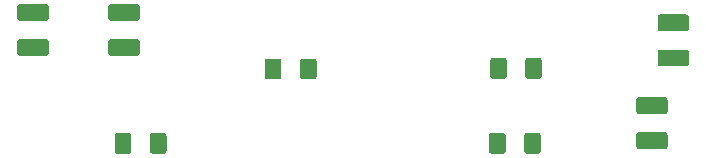
<source format=gbr>
G04 #@! TF.GenerationSoftware,KiCad,Pcbnew,(5.1.4-0)*
G04 #@! TF.CreationDate,2022-06-22T14:12:09-04:00*
G04 #@! TF.ProjectId,wheeler_lights,77686565-6c65-4725-9f6c-69676874732e,rev?*
G04 #@! TF.SameCoordinates,Original*
G04 #@! TF.FileFunction,Paste,Top*
G04 #@! TF.FilePolarity,Positive*
%FSLAX46Y46*%
G04 Gerber Fmt 4.6, Leading zero omitted, Abs format (unit mm)*
G04 Created by KiCad (PCBNEW (5.1.4-0)) date 2022-06-22 14:12:09*
%MOMM*%
%LPD*%
G04 APERTURE LIST*
%ADD10C,0.100000*%
%ADD11C,1.425000*%
G04 APERTURE END LIST*
D10*
G36*
X78304504Y-55341204D02*
G01*
X78328773Y-55344804D01*
X78352571Y-55350765D01*
X78375671Y-55359030D01*
X78397849Y-55369520D01*
X78418893Y-55382133D01*
X78438598Y-55396747D01*
X78456777Y-55413223D01*
X78473253Y-55431402D01*
X78487867Y-55451107D01*
X78500480Y-55472151D01*
X78510970Y-55494329D01*
X78519235Y-55517429D01*
X78525196Y-55541227D01*
X78528796Y-55565496D01*
X78530000Y-55590000D01*
X78530000Y-56840000D01*
X78528796Y-56864504D01*
X78525196Y-56888773D01*
X78519235Y-56912571D01*
X78510970Y-56935671D01*
X78500480Y-56957849D01*
X78487867Y-56978893D01*
X78473253Y-56998598D01*
X78456777Y-57016777D01*
X78438598Y-57033253D01*
X78418893Y-57047867D01*
X78397849Y-57060480D01*
X78375671Y-57070970D01*
X78352571Y-57079235D01*
X78328773Y-57085196D01*
X78304504Y-57088796D01*
X78280000Y-57090000D01*
X77355000Y-57090000D01*
X77330496Y-57088796D01*
X77306227Y-57085196D01*
X77282429Y-57079235D01*
X77259329Y-57070970D01*
X77237151Y-57060480D01*
X77216107Y-57047867D01*
X77196402Y-57033253D01*
X77178223Y-57016777D01*
X77161747Y-56998598D01*
X77147133Y-56978893D01*
X77134520Y-56957849D01*
X77124030Y-56935671D01*
X77115765Y-56912571D01*
X77109804Y-56888773D01*
X77106204Y-56864504D01*
X77105000Y-56840000D01*
X77105000Y-55590000D01*
X77106204Y-55565496D01*
X77109804Y-55541227D01*
X77115765Y-55517429D01*
X77124030Y-55494329D01*
X77134520Y-55472151D01*
X77147133Y-55451107D01*
X77161747Y-55431402D01*
X77178223Y-55413223D01*
X77196402Y-55396747D01*
X77216107Y-55382133D01*
X77237151Y-55369520D01*
X77259329Y-55359030D01*
X77282429Y-55350765D01*
X77306227Y-55344804D01*
X77330496Y-55341204D01*
X77355000Y-55340000D01*
X78280000Y-55340000D01*
X78304504Y-55341204D01*
X78304504Y-55341204D01*
G37*
D11*
X77817500Y-56215000D03*
D10*
G36*
X75329504Y-55341204D02*
G01*
X75353773Y-55344804D01*
X75377571Y-55350765D01*
X75400671Y-55359030D01*
X75422849Y-55369520D01*
X75443893Y-55382133D01*
X75463598Y-55396747D01*
X75481777Y-55413223D01*
X75498253Y-55431402D01*
X75512867Y-55451107D01*
X75525480Y-55472151D01*
X75535970Y-55494329D01*
X75544235Y-55517429D01*
X75550196Y-55541227D01*
X75553796Y-55565496D01*
X75555000Y-55590000D01*
X75555000Y-56840000D01*
X75553796Y-56864504D01*
X75550196Y-56888773D01*
X75544235Y-56912571D01*
X75535970Y-56935671D01*
X75525480Y-56957849D01*
X75512867Y-56978893D01*
X75498253Y-56998598D01*
X75481777Y-57016777D01*
X75463598Y-57033253D01*
X75443893Y-57047867D01*
X75422849Y-57060480D01*
X75400671Y-57070970D01*
X75377571Y-57079235D01*
X75353773Y-57085196D01*
X75329504Y-57088796D01*
X75305000Y-57090000D01*
X74380000Y-57090000D01*
X74355496Y-57088796D01*
X74331227Y-57085196D01*
X74307429Y-57079235D01*
X74284329Y-57070970D01*
X74262151Y-57060480D01*
X74241107Y-57047867D01*
X74221402Y-57033253D01*
X74203223Y-57016777D01*
X74186747Y-56998598D01*
X74172133Y-56978893D01*
X74159520Y-56957849D01*
X74149030Y-56935671D01*
X74140765Y-56912571D01*
X74134804Y-56888773D01*
X74131204Y-56864504D01*
X74130000Y-56840000D01*
X74130000Y-55590000D01*
X74131204Y-55565496D01*
X74134804Y-55541227D01*
X74140765Y-55517429D01*
X74149030Y-55494329D01*
X74159520Y-55472151D01*
X74172133Y-55451107D01*
X74186747Y-55431402D01*
X74203223Y-55413223D01*
X74221402Y-55396747D01*
X74241107Y-55382133D01*
X74262151Y-55369520D01*
X74284329Y-55359030D01*
X74307429Y-55350765D01*
X74331227Y-55344804D01*
X74355496Y-55341204D01*
X74380000Y-55340000D01*
X75305000Y-55340000D01*
X75329504Y-55341204D01*
X75329504Y-55341204D01*
G37*
D11*
X74842500Y-56215000D03*
D10*
G36*
X97304504Y-61641204D02*
G01*
X97328773Y-61644804D01*
X97352571Y-61650765D01*
X97375671Y-61659030D01*
X97397849Y-61669520D01*
X97418893Y-61682133D01*
X97438598Y-61696747D01*
X97456777Y-61713223D01*
X97473253Y-61731402D01*
X97487867Y-61751107D01*
X97500480Y-61772151D01*
X97510970Y-61794329D01*
X97519235Y-61817429D01*
X97525196Y-61841227D01*
X97528796Y-61865496D01*
X97530000Y-61890000D01*
X97530000Y-63140000D01*
X97528796Y-63164504D01*
X97525196Y-63188773D01*
X97519235Y-63212571D01*
X97510970Y-63235671D01*
X97500480Y-63257849D01*
X97487867Y-63278893D01*
X97473253Y-63298598D01*
X97456777Y-63316777D01*
X97438598Y-63333253D01*
X97418893Y-63347867D01*
X97397849Y-63360480D01*
X97375671Y-63370970D01*
X97352571Y-63379235D01*
X97328773Y-63385196D01*
X97304504Y-63388796D01*
X97280000Y-63390000D01*
X96355000Y-63390000D01*
X96330496Y-63388796D01*
X96306227Y-63385196D01*
X96282429Y-63379235D01*
X96259329Y-63370970D01*
X96237151Y-63360480D01*
X96216107Y-63347867D01*
X96196402Y-63333253D01*
X96178223Y-63316777D01*
X96161747Y-63298598D01*
X96147133Y-63278893D01*
X96134520Y-63257849D01*
X96124030Y-63235671D01*
X96115765Y-63212571D01*
X96109804Y-63188773D01*
X96106204Y-63164504D01*
X96105000Y-63140000D01*
X96105000Y-61890000D01*
X96106204Y-61865496D01*
X96109804Y-61841227D01*
X96115765Y-61817429D01*
X96124030Y-61794329D01*
X96134520Y-61772151D01*
X96147133Y-61751107D01*
X96161747Y-61731402D01*
X96178223Y-61713223D01*
X96196402Y-61696747D01*
X96216107Y-61682133D01*
X96237151Y-61669520D01*
X96259329Y-61659030D01*
X96282429Y-61650765D01*
X96306227Y-61644804D01*
X96330496Y-61641204D01*
X96355000Y-61640000D01*
X97280000Y-61640000D01*
X97304504Y-61641204D01*
X97304504Y-61641204D01*
G37*
D11*
X96817500Y-62515000D03*
D10*
G36*
X94329504Y-61641204D02*
G01*
X94353773Y-61644804D01*
X94377571Y-61650765D01*
X94400671Y-61659030D01*
X94422849Y-61669520D01*
X94443893Y-61682133D01*
X94463598Y-61696747D01*
X94481777Y-61713223D01*
X94498253Y-61731402D01*
X94512867Y-61751107D01*
X94525480Y-61772151D01*
X94535970Y-61794329D01*
X94544235Y-61817429D01*
X94550196Y-61841227D01*
X94553796Y-61865496D01*
X94555000Y-61890000D01*
X94555000Y-63140000D01*
X94553796Y-63164504D01*
X94550196Y-63188773D01*
X94544235Y-63212571D01*
X94535970Y-63235671D01*
X94525480Y-63257849D01*
X94512867Y-63278893D01*
X94498253Y-63298598D01*
X94481777Y-63316777D01*
X94463598Y-63333253D01*
X94443893Y-63347867D01*
X94422849Y-63360480D01*
X94400671Y-63370970D01*
X94377571Y-63379235D01*
X94353773Y-63385196D01*
X94329504Y-63388796D01*
X94305000Y-63390000D01*
X93380000Y-63390000D01*
X93355496Y-63388796D01*
X93331227Y-63385196D01*
X93307429Y-63379235D01*
X93284329Y-63370970D01*
X93262151Y-63360480D01*
X93241107Y-63347867D01*
X93221402Y-63333253D01*
X93203223Y-63316777D01*
X93186747Y-63298598D01*
X93172133Y-63278893D01*
X93159520Y-63257849D01*
X93149030Y-63235671D01*
X93140765Y-63212571D01*
X93134804Y-63188773D01*
X93131204Y-63164504D01*
X93130000Y-63140000D01*
X93130000Y-61890000D01*
X93131204Y-61865496D01*
X93134804Y-61841227D01*
X93140765Y-61817429D01*
X93149030Y-61794329D01*
X93159520Y-61772151D01*
X93172133Y-61751107D01*
X93186747Y-61731402D01*
X93203223Y-61713223D01*
X93221402Y-61696747D01*
X93241107Y-61682133D01*
X93262151Y-61669520D01*
X93284329Y-61659030D01*
X93307429Y-61650765D01*
X93331227Y-61644804D01*
X93355496Y-61641204D01*
X93380000Y-61640000D01*
X94305000Y-61640000D01*
X94329504Y-61641204D01*
X94329504Y-61641204D01*
G37*
D11*
X93842500Y-62515000D03*
D10*
G36*
X55629504Y-53691204D02*
G01*
X55653773Y-53694804D01*
X55677571Y-53700765D01*
X55700671Y-53709030D01*
X55722849Y-53719520D01*
X55743893Y-53732133D01*
X55763598Y-53746747D01*
X55781777Y-53763223D01*
X55798253Y-53781402D01*
X55812867Y-53801107D01*
X55825480Y-53822151D01*
X55835970Y-53844329D01*
X55844235Y-53867429D01*
X55850196Y-53891227D01*
X55853796Y-53915496D01*
X55855000Y-53940000D01*
X55855000Y-54865000D01*
X55853796Y-54889504D01*
X55850196Y-54913773D01*
X55844235Y-54937571D01*
X55835970Y-54960671D01*
X55825480Y-54982849D01*
X55812867Y-55003893D01*
X55798253Y-55023598D01*
X55781777Y-55041777D01*
X55763598Y-55058253D01*
X55743893Y-55072867D01*
X55722849Y-55085480D01*
X55700671Y-55095970D01*
X55677571Y-55104235D01*
X55653773Y-55110196D01*
X55629504Y-55113796D01*
X55605000Y-55115000D01*
X53455000Y-55115000D01*
X53430496Y-55113796D01*
X53406227Y-55110196D01*
X53382429Y-55104235D01*
X53359329Y-55095970D01*
X53337151Y-55085480D01*
X53316107Y-55072867D01*
X53296402Y-55058253D01*
X53278223Y-55041777D01*
X53261747Y-55023598D01*
X53247133Y-55003893D01*
X53234520Y-54982849D01*
X53224030Y-54960671D01*
X53215765Y-54937571D01*
X53209804Y-54913773D01*
X53206204Y-54889504D01*
X53205000Y-54865000D01*
X53205000Y-53940000D01*
X53206204Y-53915496D01*
X53209804Y-53891227D01*
X53215765Y-53867429D01*
X53224030Y-53844329D01*
X53234520Y-53822151D01*
X53247133Y-53801107D01*
X53261747Y-53781402D01*
X53278223Y-53763223D01*
X53296402Y-53746747D01*
X53316107Y-53732133D01*
X53337151Y-53719520D01*
X53359329Y-53709030D01*
X53382429Y-53700765D01*
X53406227Y-53694804D01*
X53430496Y-53691204D01*
X53455000Y-53690000D01*
X55605000Y-53690000D01*
X55629504Y-53691204D01*
X55629504Y-53691204D01*
G37*
D11*
X54530000Y-54402500D03*
D10*
G36*
X55629504Y-50716204D02*
G01*
X55653773Y-50719804D01*
X55677571Y-50725765D01*
X55700671Y-50734030D01*
X55722849Y-50744520D01*
X55743893Y-50757133D01*
X55763598Y-50771747D01*
X55781777Y-50788223D01*
X55798253Y-50806402D01*
X55812867Y-50826107D01*
X55825480Y-50847151D01*
X55835970Y-50869329D01*
X55844235Y-50892429D01*
X55850196Y-50916227D01*
X55853796Y-50940496D01*
X55855000Y-50965000D01*
X55855000Y-51890000D01*
X55853796Y-51914504D01*
X55850196Y-51938773D01*
X55844235Y-51962571D01*
X55835970Y-51985671D01*
X55825480Y-52007849D01*
X55812867Y-52028893D01*
X55798253Y-52048598D01*
X55781777Y-52066777D01*
X55763598Y-52083253D01*
X55743893Y-52097867D01*
X55722849Y-52110480D01*
X55700671Y-52120970D01*
X55677571Y-52129235D01*
X55653773Y-52135196D01*
X55629504Y-52138796D01*
X55605000Y-52140000D01*
X53455000Y-52140000D01*
X53430496Y-52138796D01*
X53406227Y-52135196D01*
X53382429Y-52129235D01*
X53359329Y-52120970D01*
X53337151Y-52110480D01*
X53316107Y-52097867D01*
X53296402Y-52083253D01*
X53278223Y-52066777D01*
X53261747Y-52048598D01*
X53247133Y-52028893D01*
X53234520Y-52007849D01*
X53224030Y-51985671D01*
X53215765Y-51962571D01*
X53209804Y-51938773D01*
X53206204Y-51914504D01*
X53205000Y-51890000D01*
X53205000Y-50965000D01*
X53206204Y-50940496D01*
X53209804Y-50916227D01*
X53215765Y-50892429D01*
X53224030Y-50869329D01*
X53234520Y-50847151D01*
X53247133Y-50826107D01*
X53261747Y-50806402D01*
X53278223Y-50788223D01*
X53296402Y-50771747D01*
X53316107Y-50757133D01*
X53337151Y-50744520D01*
X53359329Y-50734030D01*
X53382429Y-50725765D01*
X53406227Y-50719804D01*
X53430496Y-50716204D01*
X53455000Y-50715000D01*
X55605000Y-50715000D01*
X55629504Y-50716204D01*
X55629504Y-50716204D01*
G37*
D11*
X54530000Y-51427500D03*
D10*
G36*
X63329504Y-53691204D02*
G01*
X63353773Y-53694804D01*
X63377571Y-53700765D01*
X63400671Y-53709030D01*
X63422849Y-53719520D01*
X63443893Y-53732133D01*
X63463598Y-53746747D01*
X63481777Y-53763223D01*
X63498253Y-53781402D01*
X63512867Y-53801107D01*
X63525480Y-53822151D01*
X63535970Y-53844329D01*
X63544235Y-53867429D01*
X63550196Y-53891227D01*
X63553796Y-53915496D01*
X63555000Y-53940000D01*
X63555000Y-54865000D01*
X63553796Y-54889504D01*
X63550196Y-54913773D01*
X63544235Y-54937571D01*
X63535970Y-54960671D01*
X63525480Y-54982849D01*
X63512867Y-55003893D01*
X63498253Y-55023598D01*
X63481777Y-55041777D01*
X63463598Y-55058253D01*
X63443893Y-55072867D01*
X63422849Y-55085480D01*
X63400671Y-55095970D01*
X63377571Y-55104235D01*
X63353773Y-55110196D01*
X63329504Y-55113796D01*
X63305000Y-55115000D01*
X61155000Y-55115000D01*
X61130496Y-55113796D01*
X61106227Y-55110196D01*
X61082429Y-55104235D01*
X61059329Y-55095970D01*
X61037151Y-55085480D01*
X61016107Y-55072867D01*
X60996402Y-55058253D01*
X60978223Y-55041777D01*
X60961747Y-55023598D01*
X60947133Y-55003893D01*
X60934520Y-54982849D01*
X60924030Y-54960671D01*
X60915765Y-54937571D01*
X60909804Y-54913773D01*
X60906204Y-54889504D01*
X60905000Y-54865000D01*
X60905000Y-53940000D01*
X60906204Y-53915496D01*
X60909804Y-53891227D01*
X60915765Y-53867429D01*
X60924030Y-53844329D01*
X60934520Y-53822151D01*
X60947133Y-53801107D01*
X60961747Y-53781402D01*
X60978223Y-53763223D01*
X60996402Y-53746747D01*
X61016107Y-53732133D01*
X61037151Y-53719520D01*
X61059329Y-53709030D01*
X61082429Y-53700765D01*
X61106227Y-53694804D01*
X61130496Y-53691204D01*
X61155000Y-53690000D01*
X63305000Y-53690000D01*
X63329504Y-53691204D01*
X63329504Y-53691204D01*
G37*
D11*
X62230000Y-54402500D03*
D10*
G36*
X63329504Y-50716204D02*
G01*
X63353773Y-50719804D01*
X63377571Y-50725765D01*
X63400671Y-50734030D01*
X63422849Y-50744520D01*
X63443893Y-50757133D01*
X63463598Y-50771747D01*
X63481777Y-50788223D01*
X63498253Y-50806402D01*
X63512867Y-50826107D01*
X63525480Y-50847151D01*
X63535970Y-50869329D01*
X63544235Y-50892429D01*
X63550196Y-50916227D01*
X63553796Y-50940496D01*
X63555000Y-50965000D01*
X63555000Y-51890000D01*
X63553796Y-51914504D01*
X63550196Y-51938773D01*
X63544235Y-51962571D01*
X63535970Y-51985671D01*
X63525480Y-52007849D01*
X63512867Y-52028893D01*
X63498253Y-52048598D01*
X63481777Y-52066777D01*
X63463598Y-52083253D01*
X63443893Y-52097867D01*
X63422849Y-52110480D01*
X63400671Y-52120970D01*
X63377571Y-52129235D01*
X63353773Y-52135196D01*
X63329504Y-52138796D01*
X63305000Y-52140000D01*
X61155000Y-52140000D01*
X61130496Y-52138796D01*
X61106227Y-52135196D01*
X61082429Y-52129235D01*
X61059329Y-52120970D01*
X61037151Y-52110480D01*
X61016107Y-52097867D01*
X60996402Y-52083253D01*
X60978223Y-52066777D01*
X60961747Y-52048598D01*
X60947133Y-52028893D01*
X60934520Y-52007849D01*
X60924030Y-51985671D01*
X60915765Y-51962571D01*
X60909804Y-51938773D01*
X60906204Y-51914504D01*
X60905000Y-51890000D01*
X60905000Y-50965000D01*
X60906204Y-50940496D01*
X60909804Y-50916227D01*
X60915765Y-50892429D01*
X60924030Y-50869329D01*
X60934520Y-50847151D01*
X60947133Y-50826107D01*
X60961747Y-50806402D01*
X60978223Y-50788223D01*
X60996402Y-50771747D01*
X61016107Y-50757133D01*
X61037151Y-50744520D01*
X61059329Y-50734030D01*
X61082429Y-50725765D01*
X61106227Y-50719804D01*
X61130496Y-50716204D01*
X61155000Y-50715000D01*
X63305000Y-50715000D01*
X63329504Y-50716204D01*
X63329504Y-50716204D01*
G37*
D11*
X62230000Y-51427500D03*
D10*
G36*
X108029504Y-61591204D02*
G01*
X108053773Y-61594804D01*
X108077571Y-61600765D01*
X108100671Y-61609030D01*
X108122849Y-61619520D01*
X108143893Y-61632133D01*
X108163598Y-61646747D01*
X108181777Y-61663223D01*
X108198253Y-61681402D01*
X108212867Y-61701107D01*
X108225480Y-61722151D01*
X108235970Y-61744329D01*
X108244235Y-61767429D01*
X108250196Y-61791227D01*
X108253796Y-61815496D01*
X108255000Y-61840000D01*
X108255000Y-62765000D01*
X108253796Y-62789504D01*
X108250196Y-62813773D01*
X108244235Y-62837571D01*
X108235970Y-62860671D01*
X108225480Y-62882849D01*
X108212867Y-62903893D01*
X108198253Y-62923598D01*
X108181777Y-62941777D01*
X108163598Y-62958253D01*
X108143893Y-62972867D01*
X108122849Y-62985480D01*
X108100671Y-62995970D01*
X108077571Y-63004235D01*
X108053773Y-63010196D01*
X108029504Y-63013796D01*
X108005000Y-63015000D01*
X105855000Y-63015000D01*
X105830496Y-63013796D01*
X105806227Y-63010196D01*
X105782429Y-63004235D01*
X105759329Y-62995970D01*
X105737151Y-62985480D01*
X105716107Y-62972867D01*
X105696402Y-62958253D01*
X105678223Y-62941777D01*
X105661747Y-62923598D01*
X105647133Y-62903893D01*
X105634520Y-62882849D01*
X105624030Y-62860671D01*
X105615765Y-62837571D01*
X105609804Y-62813773D01*
X105606204Y-62789504D01*
X105605000Y-62765000D01*
X105605000Y-61840000D01*
X105606204Y-61815496D01*
X105609804Y-61791227D01*
X105615765Y-61767429D01*
X105624030Y-61744329D01*
X105634520Y-61722151D01*
X105647133Y-61701107D01*
X105661747Y-61681402D01*
X105678223Y-61663223D01*
X105696402Y-61646747D01*
X105716107Y-61632133D01*
X105737151Y-61619520D01*
X105759329Y-61609030D01*
X105782429Y-61600765D01*
X105806227Y-61594804D01*
X105830496Y-61591204D01*
X105855000Y-61590000D01*
X108005000Y-61590000D01*
X108029504Y-61591204D01*
X108029504Y-61591204D01*
G37*
D11*
X106930000Y-62302500D03*
D10*
G36*
X108029504Y-58616204D02*
G01*
X108053773Y-58619804D01*
X108077571Y-58625765D01*
X108100671Y-58634030D01*
X108122849Y-58644520D01*
X108143893Y-58657133D01*
X108163598Y-58671747D01*
X108181777Y-58688223D01*
X108198253Y-58706402D01*
X108212867Y-58726107D01*
X108225480Y-58747151D01*
X108235970Y-58769329D01*
X108244235Y-58792429D01*
X108250196Y-58816227D01*
X108253796Y-58840496D01*
X108255000Y-58865000D01*
X108255000Y-59790000D01*
X108253796Y-59814504D01*
X108250196Y-59838773D01*
X108244235Y-59862571D01*
X108235970Y-59885671D01*
X108225480Y-59907849D01*
X108212867Y-59928893D01*
X108198253Y-59948598D01*
X108181777Y-59966777D01*
X108163598Y-59983253D01*
X108143893Y-59997867D01*
X108122849Y-60010480D01*
X108100671Y-60020970D01*
X108077571Y-60029235D01*
X108053773Y-60035196D01*
X108029504Y-60038796D01*
X108005000Y-60040000D01*
X105855000Y-60040000D01*
X105830496Y-60038796D01*
X105806227Y-60035196D01*
X105782429Y-60029235D01*
X105759329Y-60020970D01*
X105737151Y-60010480D01*
X105716107Y-59997867D01*
X105696402Y-59983253D01*
X105678223Y-59966777D01*
X105661747Y-59948598D01*
X105647133Y-59928893D01*
X105634520Y-59907849D01*
X105624030Y-59885671D01*
X105615765Y-59862571D01*
X105609804Y-59838773D01*
X105606204Y-59814504D01*
X105605000Y-59790000D01*
X105605000Y-58865000D01*
X105606204Y-58840496D01*
X105609804Y-58816227D01*
X105615765Y-58792429D01*
X105624030Y-58769329D01*
X105634520Y-58747151D01*
X105647133Y-58726107D01*
X105661747Y-58706402D01*
X105678223Y-58688223D01*
X105696402Y-58671747D01*
X105716107Y-58657133D01*
X105737151Y-58644520D01*
X105759329Y-58634030D01*
X105782429Y-58625765D01*
X105806227Y-58619804D01*
X105830496Y-58616204D01*
X105855000Y-58615000D01*
X108005000Y-58615000D01*
X108029504Y-58616204D01*
X108029504Y-58616204D01*
G37*
D11*
X106930000Y-59327500D03*
D10*
G36*
X109829504Y-54578704D02*
G01*
X109853773Y-54582304D01*
X109877571Y-54588265D01*
X109900671Y-54596530D01*
X109922849Y-54607020D01*
X109943893Y-54619633D01*
X109963598Y-54634247D01*
X109981777Y-54650723D01*
X109998253Y-54668902D01*
X110012867Y-54688607D01*
X110025480Y-54709651D01*
X110035970Y-54731829D01*
X110044235Y-54754929D01*
X110050196Y-54778727D01*
X110053796Y-54802996D01*
X110055000Y-54827500D01*
X110055000Y-55752500D01*
X110053796Y-55777004D01*
X110050196Y-55801273D01*
X110044235Y-55825071D01*
X110035970Y-55848171D01*
X110025480Y-55870349D01*
X110012867Y-55891393D01*
X109998253Y-55911098D01*
X109981777Y-55929277D01*
X109963598Y-55945753D01*
X109943893Y-55960367D01*
X109922849Y-55972980D01*
X109900671Y-55983470D01*
X109877571Y-55991735D01*
X109853773Y-55997696D01*
X109829504Y-56001296D01*
X109805000Y-56002500D01*
X107655000Y-56002500D01*
X107630496Y-56001296D01*
X107606227Y-55997696D01*
X107582429Y-55991735D01*
X107559329Y-55983470D01*
X107537151Y-55972980D01*
X107516107Y-55960367D01*
X107496402Y-55945753D01*
X107478223Y-55929277D01*
X107461747Y-55911098D01*
X107447133Y-55891393D01*
X107434520Y-55870349D01*
X107424030Y-55848171D01*
X107415765Y-55825071D01*
X107409804Y-55801273D01*
X107406204Y-55777004D01*
X107405000Y-55752500D01*
X107405000Y-54827500D01*
X107406204Y-54802996D01*
X107409804Y-54778727D01*
X107415765Y-54754929D01*
X107424030Y-54731829D01*
X107434520Y-54709651D01*
X107447133Y-54688607D01*
X107461747Y-54668902D01*
X107478223Y-54650723D01*
X107496402Y-54634247D01*
X107516107Y-54619633D01*
X107537151Y-54607020D01*
X107559329Y-54596530D01*
X107582429Y-54588265D01*
X107606227Y-54582304D01*
X107630496Y-54578704D01*
X107655000Y-54577500D01*
X109805000Y-54577500D01*
X109829504Y-54578704D01*
X109829504Y-54578704D01*
G37*
D11*
X108730000Y-55290000D03*
D10*
G36*
X109829504Y-51603704D02*
G01*
X109853773Y-51607304D01*
X109877571Y-51613265D01*
X109900671Y-51621530D01*
X109922849Y-51632020D01*
X109943893Y-51644633D01*
X109963598Y-51659247D01*
X109981777Y-51675723D01*
X109998253Y-51693902D01*
X110012867Y-51713607D01*
X110025480Y-51734651D01*
X110035970Y-51756829D01*
X110044235Y-51779929D01*
X110050196Y-51803727D01*
X110053796Y-51827996D01*
X110055000Y-51852500D01*
X110055000Y-52777500D01*
X110053796Y-52802004D01*
X110050196Y-52826273D01*
X110044235Y-52850071D01*
X110035970Y-52873171D01*
X110025480Y-52895349D01*
X110012867Y-52916393D01*
X109998253Y-52936098D01*
X109981777Y-52954277D01*
X109963598Y-52970753D01*
X109943893Y-52985367D01*
X109922849Y-52997980D01*
X109900671Y-53008470D01*
X109877571Y-53016735D01*
X109853773Y-53022696D01*
X109829504Y-53026296D01*
X109805000Y-53027500D01*
X107655000Y-53027500D01*
X107630496Y-53026296D01*
X107606227Y-53022696D01*
X107582429Y-53016735D01*
X107559329Y-53008470D01*
X107537151Y-52997980D01*
X107516107Y-52985367D01*
X107496402Y-52970753D01*
X107478223Y-52954277D01*
X107461747Y-52936098D01*
X107447133Y-52916393D01*
X107434520Y-52895349D01*
X107424030Y-52873171D01*
X107415765Y-52850071D01*
X107409804Y-52826273D01*
X107406204Y-52802004D01*
X107405000Y-52777500D01*
X107405000Y-51852500D01*
X107406204Y-51827996D01*
X107409804Y-51803727D01*
X107415765Y-51779929D01*
X107424030Y-51756829D01*
X107434520Y-51734651D01*
X107447133Y-51713607D01*
X107461747Y-51693902D01*
X107478223Y-51675723D01*
X107496402Y-51659247D01*
X107516107Y-51644633D01*
X107537151Y-51632020D01*
X107559329Y-51621530D01*
X107582429Y-51613265D01*
X107606227Y-51607304D01*
X107630496Y-51603704D01*
X107655000Y-51602500D01*
X109805000Y-51602500D01*
X109829504Y-51603704D01*
X109829504Y-51603704D01*
G37*
D11*
X108730000Y-52315000D03*
D10*
G36*
X65604504Y-61641204D02*
G01*
X65628773Y-61644804D01*
X65652571Y-61650765D01*
X65675671Y-61659030D01*
X65697849Y-61669520D01*
X65718893Y-61682133D01*
X65738598Y-61696747D01*
X65756777Y-61713223D01*
X65773253Y-61731402D01*
X65787867Y-61751107D01*
X65800480Y-61772151D01*
X65810970Y-61794329D01*
X65819235Y-61817429D01*
X65825196Y-61841227D01*
X65828796Y-61865496D01*
X65830000Y-61890000D01*
X65830000Y-63140000D01*
X65828796Y-63164504D01*
X65825196Y-63188773D01*
X65819235Y-63212571D01*
X65810970Y-63235671D01*
X65800480Y-63257849D01*
X65787867Y-63278893D01*
X65773253Y-63298598D01*
X65756777Y-63316777D01*
X65738598Y-63333253D01*
X65718893Y-63347867D01*
X65697849Y-63360480D01*
X65675671Y-63370970D01*
X65652571Y-63379235D01*
X65628773Y-63385196D01*
X65604504Y-63388796D01*
X65580000Y-63390000D01*
X64655000Y-63390000D01*
X64630496Y-63388796D01*
X64606227Y-63385196D01*
X64582429Y-63379235D01*
X64559329Y-63370970D01*
X64537151Y-63360480D01*
X64516107Y-63347867D01*
X64496402Y-63333253D01*
X64478223Y-63316777D01*
X64461747Y-63298598D01*
X64447133Y-63278893D01*
X64434520Y-63257849D01*
X64424030Y-63235671D01*
X64415765Y-63212571D01*
X64409804Y-63188773D01*
X64406204Y-63164504D01*
X64405000Y-63140000D01*
X64405000Y-61890000D01*
X64406204Y-61865496D01*
X64409804Y-61841227D01*
X64415765Y-61817429D01*
X64424030Y-61794329D01*
X64434520Y-61772151D01*
X64447133Y-61751107D01*
X64461747Y-61731402D01*
X64478223Y-61713223D01*
X64496402Y-61696747D01*
X64516107Y-61682133D01*
X64537151Y-61669520D01*
X64559329Y-61659030D01*
X64582429Y-61650765D01*
X64606227Y-61644804D01*
X64630496Y-61641204D01*
X64655000Y-61640000D01*
X65580000Y-61640000D01*
X65604504Y-61641204D01*
X65604504Y-61641204D01*
G37*
D11*
X65117500Y-62515000D03*
D10*
G36*
X62629504Y-61641204D02*
G01*
X62653773Y-61644804D01*
X62677571Y-61650765D01*
X62700671Y-61659030D01*
X62722849Y-61669520D01*
X62743893Y-61682133D01*
X62763598Y-61696747D01*
X62781777Y-61713223D01*
X62798253Y-61731402D01*
X62812867Y-61751107D01*
X62825480Y-61772151D01*
X62835970Y-61794329D01*
X62844235Y-61817429D01*
X62850196Y-61841227D01*
X62853796Y-61865496D01*
X62855000Y-61890000D01*
X62855000Y-63140000D01*
X62853796Y-63164504D01*
X62850196Y-63188773D01*
X62844235Y-63212571D01*
X62835970Y-63235671D01*
X62825480Y-63257849D01*
X62812867Y-63278893D01*
X62798253Y-63298598D01*
X62781777Y-63316777D01*
X62763598Y-63333253D01*
X62743893Y-63347867D01*
X62722849Y-63360480D01*
X62700671Y-63370970D01*
X62677571Y-63379235D01*
X62653773Y-63385196D01*
X62629504Y-63388796D01*
X62605000Y-63390000D01*
X61680000Y-63390000D01*
X61655496Y-63388796D01*
X61631227Y-63385196D01*
X61607429Y-63379235D01*
X61584329Y-63370970D01*
X61562151Y-63360480D01*
X61541107Y-63347867D01*
X61521402Y-63333253D01*
X61503223Y-63316777D01*
X61486747Y-63298598D01*
X61472133Y-63278893D01*
X61459520Y-63257849D01*
X61449030Y-63235671D01*
X61440765Y-63212571D01*
X61434804Y-63188773D01*
X61431204Y-63164504D01*
X61430000Y-63140000D01*
X61430000Y-61890000D01*
X61431204Y-61865496D01*
X61434804Y-61841227D01*
X61440765Y-61817429D01*
X61449030Y-61794329D01*
X61459520Y-61772151D01*
X61472133Y-61751107D01*
X61486747Y-61731402D01*
X61503223Y-61713223D01*
X61521402Y-61696747D01*
X61541107Y-61682133D01*
X61562151Y-61669520D01*
X61584329Y-61659030D01*
X61607429Y-61650765D01*
X61631227Y-61644804D01*
X61655496Y-61641204D01*
X61680000Y-61640000D01*
X62605000Y-61640000D01*
X62629504Y-61641204D01*
X62629504Y-61641204D01*
G37*
D11*
X62142500Y-62515000D03*
D10*
G36*
X97392004Y-55291204D02*
G01*
X97416273Y-55294804D01*
X97440071Y-55300765D01*
X97463171Y-55309030D01*
X97485349Y-55319520D01*
X97506393Y-55332133D01*
X97526098Y-55346747D01*
X97544277Y-55363223D01*
X97560753Y-55381402D01*
X97575367Y-55401107D01*
X97587980Y-55422151D01*
X97598470Y-55444329D01*
X97606735Y-55467429D01*
X97612696Y-55491227D01*
X97616296Y-55515496D01*
X97617500Y-55540000D01*
X97617500Y-56790000D01*
X97616296Y-56814504D01*
X97612696Y-56838773D01*
X97606735Y-56862571D01*
X97598470Y-56885671D01*
X97587980Y-56907849D01*
X97575367Y-56928893D01*
X97560753Y-56948598D01*
X97544277Y-56966777D01*
X97526098Y-56983253D01*
X97506393Y-56997867D01*
X97485349Y-57010480D01*
X97463171Y-57020970D01*
X97440071Y-57029235D01*
X97416273Y-57035196D01*
X97392004Y-57038796D01*
X97367500Y-57040000D01*
X96442500Y-57040000D01*
X96417996Y-57038796D01*
X96393727Y-57035196D01*
X96369929Y-57029235D01*
X96346829Y-57020970D01*
X96324651Y-57010480D01*
X96303607Y-56997867D01*
X96283902Y-56983253D01*
X96265723Y-56966777D01*
X96249247Y-56948598D01*
X96234633Y-56928893D01*
X96222020Y-56907849D01*
X96211530Y-56885671D01*
X96203265Y-56862571D01*
X96197304Y-56838773D01*
X96193704Y-56814504D01*
X96192500Y-56790000D01*
X96192500Y-55540000D01*
X96193704Y-55515496D01*
X96197304Y-55491227D01*
X96203265Y-55467429D01*
X96211530Y-55444329D01*
X96222020Y-55422151D01*
X96234633Y-55401107D01*
X96249247Y-55381402D01*
X96265723Y-55363223D01*
X96283902Y-55346747D01*
X96303607Y-55332133D01*
X96324651Y-55319520D01*
X96346829Y-55309030D01*
X96369929Y-55300765D01*
X96393727Y-55294804D01*
X96417996Y-55291204D01*
X96442500Y-55290000D01*
X97367500Y-55290000D01*
X97392004Y-55291204D01*
X97392004Y-55291204D01*
G37*
D11*
X96905000Y-56165000D03*
D10*
G36*
X94417004Y-55291204D02*
G01*
X94441273Y-55294804D01*
X94465071Y-55300765D01*
X94488171Y-55309030D01*
X94510349Y-55319520D01*
X94531393Y-55332133D01*
X94551098Y-55346747D01*
X94569277Y-55363223D01*
X94585753Y-55381402D01*
X94600367Y-55401107D01*
X94612980Y-55422151D01*
X94623470Y-55444329D01*
X94631735Y-55467429D01*
X94637696Y-55491227D01*
X94641296Y-55515496D01*
X94642500Y-55540000D01*
X94642500Y-56790000D01*
X94641296Y-56814504D01*
X94637696Y-56838773D01*
X94631735Y-56862571D01*
X94623470Y-56885671D01*
X94612980Y-56907849D01*
X94600367Y-56928893D01*
X94585753Y-56948598D01*
X94569277Y-56966777D01*
X94551098Y-56983253D01*
X94531393Y-56997867D01*
X94510349Y-57010480D01*
X94488171Y-57020970D01*
X94465071Y-57029235D01*
X94441273Y-57035196D01*
X94417004Y-57038796D01*
X94392500Y-57040000D01*
X93467500Y-57040000D01*
X93442996Y-57038796D01*
X93418727Y-57035196D01*
X93394929Y-57029235D01*
X93371829Y-57020970D01*
X93349651Y-57010480D01*
X93328607Y-56997867D01*
X93308902Y-56983253D01*
X93290723Y-56966777D01*
X93274247Y-56948598D01*
X93259633Y-56928893D01*
X93247020Y-56907849D01*
X93236530Y-56885671D01*
X93228265Y-56862571D01*
X93222304Y-56838773D01*
X93218704Y-56814504D01*
X93217500Y-56790000D01*
X93217500Y-55540000D01*
X93218704Y-55515496D01*
X93222304Y-55491227D01*
X93228265Y-55467429D01*
X93236530Y-55444329D01*
X93247020Y-55422151D01*
X93259633Y-55401107D01*
X93274247Y-55381402D01*
X93290723Y-55363223D01*
X93308902Y-55346747D01*
X93328607Y-55332133D01*
X93349651Y-55319520D01*
X93371829Y-55309030D01*
X93394929Y-55300765D01*
X93418727Y-55294804D01*
X93442996Y-55291204D01*
X93467500Y-55290000D01*
X94392500Y-55290000D01*
X94417004Y-55291204D01*
X94417004Y-55291204D01*
G37*
D11*
X93930000Y-56165000D03*
M02*

</source>
